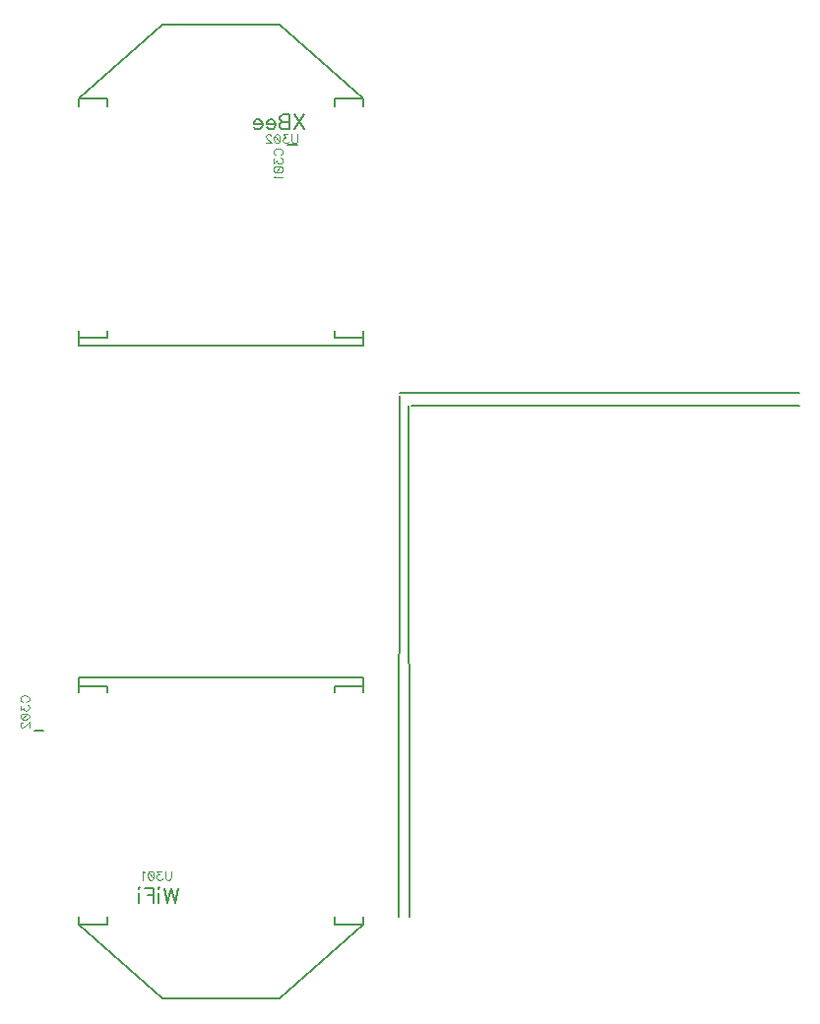
<source format=gbo>
G04 DipTrace 2.4.0.2*
%INBottomSilk.GBO*%
%MOMM*%
%ADD10C,0.15*%
%ADD22C,0.2*%
%ADD101C,0.118*%
%ADD102C,0.196*%
%FSLAX53Y53*%
G04*
G71*
G90*
G75*
G01*
%LNBotSilk*%
%LPD*%
X28800Y66849D2*
D10*
X28000D1*
X6200Y16450D2*
X7000D1*
X17249Y-6600D2*
D22*
X27251D1*
X10000Y-250D2*
X17249Y-6600D1*
X34500Y-250D2*
X27251Y-6600D1*
X10000Y20250D2*
Y21001D1*
X34500Y20250D2*
Y21001D1*
X10000D2*
X34500D1*
X10000Y20250D2*
Y19701D1*
Y20250D2*
X12499D1*
Y19701D1*
Y400D2*
Y-250D1*
X10000D1*
Y400D1*
X32001Y20250D2*
Y19701D1*
Y20250D2*
X34500D1*
Y19701D1*
Y400D2*
Y-250D1*
X32001D1*
Y400D1*
X27251Y77100D2*
X17249D1*
X34500Y70750D2*
X27251Y77100D1*
X10000Y70750D2*
X17249Y77100D1*
X34500Y50250D2*
Y49499D1*
X10000Y50250D2*
Y49499D1*
X34500D2*
X10000D1*
X34500Y50250D2*
Y50799D1*
Y50250D2*
X32001D1*
Y50799D1*
Y70100D2*
Y70750D1*
X34500D1*
Y70100D1*
X12499Y50250D2*
Y50799D1*
Y50250D2*
X10000D1*
Y50799D1*
Y70100D2*
Y70750D1*
X12499D1*
Y70100D1*
X72000Y45450D2*
X37600D1*
X37650Y45200D2*
X37530Y401D1*
X38457Y389D2*
X38400Y44400D1*
X38600D2*
X72000D1*
X26966Y65931D2*
D101*
X26894Y65967D1*
X26820Y66040D1*
X26784Y66113D1*
Y66258D1*
X26820Y66332D1*
X26894Y66404D1*
X26966Y66441D1*
X27076Y66477D1*
X27258D1*
X27367Y66441D1*
X27440Y66404D1*
X27513Y66332D1*
X27550Y66258D1*
Y66113D1*
X27513Y66040D1*
X27440Y65967D1*
X27367Y65931D1*
X26785Y65622D2*
Y65222D1*
X27076Y65440D1*
Y65331D1*
X27113Y65258D1*
X27149Y65222D1*
X27258Y65185D1*
X27331D1*
X27440Y65222D1*
X27514Y65295D1*
X27550Y65404D1*
Y65514D1*
X27514Y65622D1*
X27476Y65658D1*
X27404Y65696D1*
X26785Y64731D2*
X26821Y64840D1*
X26931Y64914D1*
X27113Y64950D1*
X27222D1*
X27404Y64914D1*
X27514Y64840D1*
X27550Y64731D1*
Y64658D1*
X27514Y64549D1*
X27404Y64476D1*
X27222Y64439D1*
X27113D1*
X26931Y64476D1*
X26821Y64549D1*
X26785Y64658D1*
Y64731D1*
X26931Y64476D2*
X27404Y64914D1*
X26931Y64204D2*
X26894Y64131D1*
X26785Y64021D1*
X27550D1*
X5166Y18895D2*
X5094Y18931D1*
X5020Y19005D1*
X4984Y19077D1*
Y19223D1*
X5020Y19296D1*
X5094Y19368D1*
X5166Y19405D1*
X5276Y19442D1*
X5458D1*
X5567Y19405D1*
X5640Y19368D1*
X5713Y19296D1*
X5750Y19223D1*
Y19077D1*
X5713Y19005D1*
X5640Y18931D1*
X5567Y18895D1*
X4985Y18586D2*
Y18186D1*
X5276Y18405D1*
Y18295D1*
X5313Y18223D1*
X5349Y18186D1*
X5458Y18149D1*
X5531D1*
X5640Y18186D1*
X5714Y18259D1*
X5750Y18368D1*
Y18478D1*
X5714Y18586D1*
X5676Y18623D1*
X5604Y18660D1*
X4985Y17695D2*
X5021Y17805D1*
X5131Y17878D1*
X5313Y17914D1*
X5422D1*
X5604Y17878D1*
X5714Y17805D1*
X5750Y17695D1*
Y17623D1*
X5714Y17513D1*
X5604Y17441D1*
X5422Y17404D1*
X5313D1*
X5131Y17441D1*
X5021Y17513D1*
X4985Y17623D1*
Y17695D1*
X5131Y17441D2*
X5604Y17878D1*
X5167Y17131D2*
X5131D1*
X5057Y17095D1*
X5021Y17059D1*
X4985Y16985D1*
Y16840D1*
X5021Y16767D1*
X5057Y16731D1*
X5131Y16694D1*
X5203D1*
X5276Y16731D1*
X5385Y16804D1*
X5750Y17168D1*
Y16658D1*
X17960Y4366D2*
Y3819D1*
X17924Y3710D1*
X17850Y3637D1*
X17741Y3600D1*
X17669D1*
X17559Y3637D1*
X17486Y3710D1*
X17450Y3819D1*
Y4366D1*
X17141Y4365D2*
X16741D1*
X16959Y4074D1*
X16850D1*
X16777Y4037D1*
X16741Y4001D1*
X16704Y3892D1*
Y3819D1*
X16741Y3710D1*
X16813Y3636D1*
X16923Y3600D1*
X17032D1*
X17141Y3636D1*
X17177Y3674D1*
X17214Y3746D1*
X16250Y4365D2*
X16359Y4329D1*
X16432Y4219D1*
X16469Y4037D1*
Y3928D1*
X16432Y3746D1*
X16359Y3636D1*
X16250Y3600D1*
X16177D1*
X16068Y3636D1*
X15995Y3746D1*
X15958Y3928D1*
Y4037D1*
X15995Y4219D1*
X16068Y4329D1*
X16177Y4365D1*
X16250D1*
X15995Y4219D2*
X16432Y3746D1*
X15723Y4219D2*
X15650Y4256D1*
X15540Y4365D1*
Y3600D1*
X28824Y67716D2*
Y67169D1*
X28788Y67060D1*
X28714Y66987D1*
X28605Y66950D1*
X28532D1*
X28423Y66987D1*
X28350Y67060D1*
X28313Y67169D1*
Y67716D1*
X28005Y67715D2*
X27605D1*
X27823Y67424D1*
X27713D1*
X27641Y67387D1*
X27605Y67351D1*
X27568Y67242D1*
Y67169D1*
X27605Y67060D1*
X27677Y66986D1*
X27787Y66950D1*
X27896D1*
X28005Y66986D1*
X28041Y67024D1*
X28078Y67096D1*
X27113Y67715D2*
X27223Y67679D1*
X27296Y67569D1*
X27332Y67387D1*
Y67278D1*
X27296Y67096D1*
X27223Y66986D1*
X27113Y66950D1*
X27041D1*
X26931Y66986D1*
X26859Y67096D1*
X26822Y67278D1*
Y67387D1*
X26859Y67569D1*
X26931Y67679D1*
X27041Y67715D1*
X27113D1*
X26859Y67569D2*
X27296Y67096D1*
X26550Y67533D2*
Y67569D1*
X26513Y67643D1*
X26477Y67679D1*
X26404Y67715D1*
X26258D1*
X26186Y67679D1*
X26149Y67643D1*
X26112Y67569D1*
Y67497D1*
X26149Y67424D1*
X26222Y67315D1*
X26587Y66950D1*
X26076D1*
X18578Y2888D2*
D102*
X18274Y1612D1*
X17971Y2888D1*
X17667Y1612D1*
X17363Y2888D1*
X16971D2*
X16910Y2828D1*
X16848Y2888D1*
X16910Y2950D1*
X16971Y2888D1*
X16910Y2463D2*
Y1612D1*
X15666Y2888D2*
X16456D1*
Y1612D1*
Y2281D2*
X15971D1*
X15274Y2888D2*
X15213Y2828D1*
X15152Y2888D1*
X15213Y2950D1*
X15274Y2888D1*
X15213Y2463D2*
Y1612D1*
X29415Y69398D2*
X28565Y68122D1*
Y69398D2*
X29415Y68122D1*
X28173Y69398D2*
Y68122D1*
X27625D1*
X27443Y68184D1*
X27382Y68244D1*
X27322Y68365D1*
Y68548D1*
X27382Y68670D1*
X27443Y68730D1*
X27625Y68791D1*
X27443Y68852D1*
X27382Y68913D1*
X27322Y69033D1*
Y69156D1*
X27382Y69276D1*
X27443Y69338D1*
X27625Y69398D1*
X28173D1*
Y68791D2*
X27625D1*
X26930Y68608D2*
X26201D1*
Y68730D1*
X26261Y68852D1*
X26322Y68913D1*
X26444Y68973D1*
X26626D1*
X26747Y68913D1*
X26869Y68791D1*
X26930Y68608D1*
Y68487D1*
X26869Y68305D1*
X26747Y68184D1*
X26626Y68122D1*
X26444D1*
X26322Y68184D1*
X26201Y68305D1*
X25809Y68608D2*
X25080D1*
Y68730D1*
X25141Y68852D1*
X25201Y68913D1*
X25323Y68973D1*
X25506D1*
X25626Y68913D1*
X25749Y68791D1*
X25809Y68608D1*
Y68487D1*
X25749Y68305D1*
X25626Y68184D1*
X25506Y68122D1*
X25323D1*
X25201Y68184D1*
X25080Y68305D1*
M02*

</source>
